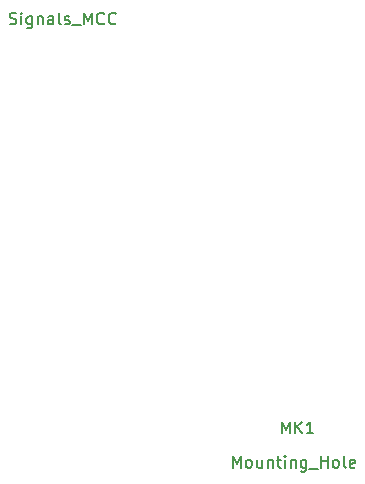
<source format=gbr>
G04 #@! TF.GenerationSoftware,KiCad,Pcbnew,(5.0.0-rc2-dev-586-g888c43477)*
G04 #@! TF.CreationDate,2018-06-04T00:56:57-03:00*
G04 #@! TF.ProjectId,Signal,5369676E616C2E6B696361645F706362,rev?*
G04 #@! TF.SameCoordinates,Original*
G04 #@! TF.FileFunction,Other,Fab,Top*
%FSLAX46Y46*%
G04 Gerber Fmt 4.6, Leading zero omitted, Abs format (unit mm)*
G04 Created by KiCad (PCBNEW (5.0.0-rc2-dev-586-g888c43477)) date 06/04/18 00:56:57*
%MOMM*%
%LPD*%
G01*
G04 APERTURE LIST*
%ADD10C,0.150000*%
G04 APERTURE END LIST*
D10*
X42839333Y-43834380D02*
X42839333Y-42834380D01*
X43172666Y-43548666D01*
X43506000Y-42834380D01*
X43506000Y-43834380D01*
X44125047Y-43834380D02*
X44029809Y-43786761D01*
X43982190Y-43739142D01*
X43934571Y-43643904D01*
X43934571Y-43358190D01*
X43982190Y-43262952D01*
X44029809Y-43215333D01*
X44125047Y-43167714D01*
X44267904Y-43167714D01*
X44363142Y-43215333D01*
X44410761Y-43262952D01*
X44458380Y-43358190D01*
X44458380Y-43643904D01*
X44410761Y-43739142D01*
X44363142Y-43786761D01*
X44267904Y-43834380D01*
X44125047Y-43834380D01*
X45315523Y-43167714D02*
X45315523Y-43834380D01*
X44886952Y-43167714D02*
X44886952Y-43691523D01*
X44934571Y-43786761D01*
X45029809Y-43834380D01*
X45172666Y-43834380D01*
X45267904Y-43786761D01*
X45315523Y-43739142D01*
X45791714Y-43167714D02*
X45791714Y-43834380D01*
X45791714Y-43262952D02*
X45839333Y-43215333D01*
X45934571Y-43167714D01*
X46077428Y-43167714D01*
X46172666Y-43215333D01*
X46220285Y-43310571D01*
X46220285Y-43834380D01*
X46553619Y-43167714D02*
X46934571Y-43167714D01*
X46696476Y-42834380D02*
X46696476Y-43691523D01*
X46744095Y-43786761D01*
X46839333Y-43834380D01*
X46934571Y-43834380D01*
X47267904Y-43834380D02*
X47267904Y-43167714D01*
X47267904Y-42834380D02*
X47220285Y-42882000D01*
X47267904Y-42929619D01*
X47315523Y-42882000D01*
X47267904Y-42834380D01*
X47267904Y-42929619D01*
X47744095Y-43167714D02*
X47744095Y-43834380D01*
X47744095Y-43262952D02*
X47791714Y-43215333D01*
X47886952Y-43167714D01*
X48029809Y-43167714D01*
X48125047Y-43215333D01*
X48172666Y-43310571D01*
X48172666Y-43834380D01*
X49077428Y-43167714D02*
X49077428Y-43977238D01*
X49029809Y-44072476D01*
X48982190Y-44120095D01*
X48886952Y-44167714D01*
X48744095Y-44167714D01*
X48648857Y-44120095D01*
X49077428Y-43786761D02*
X48982190Y-43834380D01*
X48791714Y-43834380D01*
X48696476Y-43786761D01*
X48648857Y-43739142D01*
X48601238Y-43643904D01*
X48601238Y-43358190D01*
X48648857Y-43262952D01*
X48696476Y-43215333D01*
X48791714Y-43167714D01*
X48982190Y-43167714D01*
X49077428Y-43215333D01*
X49315523Y-43929619D02*
X50077428Y-43929619D01*
X50315523Y-43834380D02*
X50315523Y-42834380D01*
X50315523Y-43310571D02*
X50886952Y-43310571D01*
X50886952Y-43834380D02*
X50886952Y-42834380D01*
X51506000Y-43834380D02*
X51410761Y-43786761D01*
X51363142Y-43739142D01*
X51315523Y-43643904D01*
X51315523Y-43358190D01*
X51363142Y-43262952D01*
X51410761Y-43215333D01*
X51506000Y-43167714D01*
X51648857Y-43167714D01*
X51744095Y-43215333D01*
X51791714Y-43262952D01*
X51839333Y-43358190D01*
X51839333Y-43643904D01*
X51791714Y-43739142D01*
X51744095Y-43786761D01*
X51648857Y-43834380D01*
X51506000Y-43834380D01*
X52410761Y-43834380D02*
X52315523Y-43786761D01*
X52267904Y-43691523D01*
X52267904Y-42834380D01*
X53172666Y-43786761D02*
X53077428Y-43834380D01*
X52886952Y-43834380D01*
X52791714Y-43786761D01*
X52744095Y-43691523D01*
X52744095Y-43310571D01*
X52791714Y-43215333D01*
X52886952Y-43167714D01*
X53077428Y-43167714D01*
X53172666Y-43215333D01*
X53220285Y-43310571D01*
X53220285Y-43405809D01*
X52744095Y-43501047D01*
X46996476Y-40934380D02*
X46996476Y-39934380D01*
X47329809Y-40648666D01*
X47663142Y-39934380D01*
X47663142Y-40934380D01*
X48139333Y-40934380D02*
X48139333Y-39934380D01*
X48710761Y-40934380D02*
X48282190Y-40362952D01*
X48710761Y-39934380D02*
X48139333Y-40505809D01*
X49663142Y-40934380D02*
X49091714Y-40934380D01*
X49377428Y-40934380D02*
X49377428Y-39934380D01*
X49282190Y-40077238D01*
X49186952Y-40172476D01*
X49091714Y-40220095D01*
X23948000Y-6254761D02*
X24090857Y-6302380D01*
X24328952Y-6302380D01*
X24424190Y-6254761D01*
X24471809Y-6207142D01*
X24519428Y-6111904D01*
X24519428Y-6016666D01*
X24471809Y-5921428D01*
X24424190Y-5873809D01*
X24328952Y-5826190D01*
X24138476Y-5778571D01*
X24043238Y-5730952D01*
X23995619Y-5683333D01*
X23948000Y-5588095D01*
X23948000Y-5492857D01*
X23995619Y-5397619D01*
X24043238Y-5350000D01*
X24138476Y-5302380D01*
X24376571Y-5302380D01*
X24519428Y-5350000D01*
X24948000Y-6302380D02*
X24948000Y-5635714D01*
X24948000Y-5302380D02*
X24900380Y-5350000D01*
X24948000Y-5397619D01*
X24995619Y-5350000D01*
X24948000Y-5302380D01*
X24948000Y-5397619D01*
X25852761Y-5635714D02*
X25852761Y-6445238D01*
X25805142Y-6540476D01*
X25757523Y-6588095D01*
X25662285Y-6635714D01*
X25519428Y-6635714D01*
X25424190Y-6588095D01*
X25852761Y-6254761D02*
X25757523Y-6302380D01*
X25567047Y-6302380D01*
X25471809Y-6254761D01*
X25424190Y-6207142D01*
X25376571Y-6111904D01*
X25376571Y-5826190D01*
X25424190Y-5730952D01*
X25471809Y-5683333D01*
X25567047Y-5635714D01*
X25757523Y-5635714D01*
X25852761Y-5683333D01*
X26328952Y-5635714D02*
X26328952Y-6302380D01*
X26328952Y-5730952D02*
X26376571Y-5683333D01*
X26471809Y-5635714D01*
X26614666Y-5635714D01*
X26709904Y-5683333D01*
X26757523Y-5778571D01*
X26757523Y-6302380D01*
X27662285Y-6302380D02*
X27662285Y-5778571D01*
X27614666Y-5683333D01*
X27519428Y-5635714D01*
X27328952Y-5635714D01*
X27233714Y-5683333D01*
X27662285Y-6254761D02*
X27567047Y-6302380D01*
X27328952Y-6302380D01*
X27233714Y-6254761D01*
X27186095Y-6159523D01*
X27186095Y-6064285D01*
X27233714Y-5969047D01*
X27328952Y-5921428D01*
X27567047Y-5921428D01*
X27662285Y-5873809D01*
X28281333Y-6302380D02*
X28186095Y-6254761D01*
X28138476Y-6159523D01*
X28138476Y-5302380D01*
X28614666Y-6254761D02*
X28709904Y-6302380D01*
X28900380Y-6302380D01*
X28995619Y-6254761D01*
X29043238Y-6159523D01*
X29043238Y-6111904D01*
X28995619Y-6016666D01*
X28900380Y-5969047D01*
X28757523Y-5969047D01*
X28662285Y-5921428D01*
X28614666Y-5826190D01*
X28614666Y-5778571D01*
X28662285Y-5683333D01*
X28757523Y-5635714D01*
X28900380Y-5635714D01*
X28995619Y-5683333D01*
X29233714Y-6397619D02*
X29995619Y-6397619D01*
X30233714Y-6302380D02*
X30233714Y-5302380D01*
X30567047Y-6016666D01*
X30900380Y-5302380D01*
X30900380Y-6302380D01*
X31948000Y-6207142D02*
X31900380Y-6254761D01*
X31757523Y-6302380D01*
X31662285Y-6302380D01*
X31519428Y-6254761D01*
X31424190Y-6159523D01*
X31376571Y-6064285D01*
X31328952Y-5873809D01*
X31328952Y-5730952D01*
X31376571Y-5540476D01*
X31424190Y-5445238D01*
X31519428Y-5350000D01*
X31662285Y-5302380D01*
X31757523Y-5302380D01*
X31900380Y-5350000D01*
X31948000Y-5397619D01*
X32948000Y-6207142D02*
X32900380Y-6254761D01*
X32757523Y-6302380D01*
X32662285Y-6302380D01*
X32519428Y-6254761D01*
X32424190Y-6159523D01*
X32376571Y-6064285D01*
X32328952Y-5873809D01*
X32328952Y-5730952D01*
X32376571Y-5540476D01*
X32424190Y-5445238D01*
X32519428Y-5350000D01*
X32662285Y-5302380D01*
X32757523Y-5302380D01*
X32900380Y-5350000D01*
X32948000Y-5397619D01*
M02*

</source>
